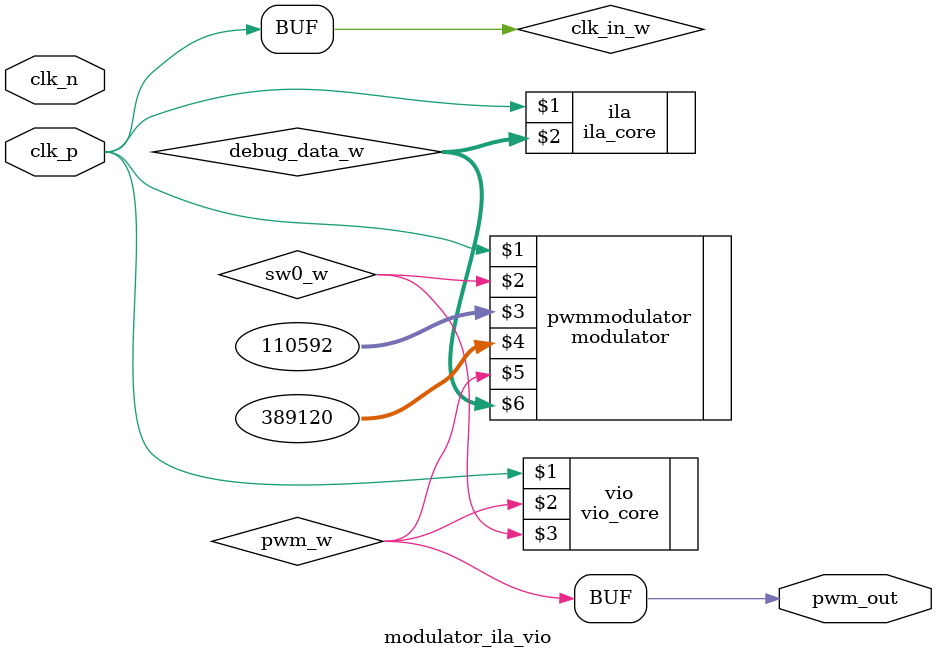
<source format=v>


`define ZEDBOARD;

`timescale 1ns / 1ps

module modulator_ila_vio
#( parameter this_module_is_top_p = 1'd1, // indication is this module a top module or not,
                                          // 1'd1 -> module is top, 1'd0 -> module is not top
             depth_p = 8'd8,              // the number of samples in one period of the signal
             width_p  = 8'd12,            // the number of bits used to present amplitude value
             cntampl_value_p = 8'hff      // threshold value for counter,
                                          // it's value should be equal to (2^depth)-1
  )
 
(input clk_p,           // differential input clock signal
 input clk_n,           // differential input clock signal
 output wire pwm_out    // pulse width modulated signal
// output reg clk_en      // clock enable port used only for MicroZed board
 );
 

// place the information about the new boards here:
`ifdef LX9        // Spartan-6
localparam real fclk_p = 100000000.0;
`define no_diff_clk
`endif
 
`ifdef ZEDBOARD   // Zynq-7000
localparam real fclk_p = 100000000.0;
`define no_diff_clk
`endif
 
`ifdef ML605      // Virtex-6
localparam real fclk_p = 200000000.0;
`define diff_clk
`endif
 
`ifdef KC705      // Kintex-7
localparam real fclk_p = 200000000.0;
`define diff_clk
`endif

`ifdef MICROZED   // MicroZed
localparam real fclk_p = 33333333.3;
`define no_diff_clk
`endif

`ifdef SOCIUS     // Socius
localparam real fclk_p = 50000000.0;
`define no_diff_clk
`endif


localparam real f_low_p = 1.0;   // first frequency for the PWM signal, specified in Hz
localparam real f_high_p = 3.5;  // second frequency for the PWM signal, specified in Hz           

// c1_p = 95.3674,, fclk_p = 100 MHz
localparam real c1_p = (fclk_p /((2**depth_p)*(2**width_p)));

// div_factor_freqhigh_p = 110592
localparam integer c2_p = (c1_p/f_high_p);
localparam integer div_factor_freqhigh_p = (c2_p *(2**width_p));

// div_factor_freqlow_p = 389120
localparam integer c3_p = (c1_p/f_low_p);
localparam integer div_factor_freqlow_p = (c3_p*(2**width_p));


wire clk_in_w;
wire sw0_w;
wire pwm_w;
wire [12:0] debug_data_w;


// in case of MicroZed board we must enable on-board clock generator
// clk_en = 1'b1;

generate
    // if module is top, it has to generate the differential clock buffer in case
    // of a differential clock, otherwise it will get a single ended clock signal
    // from the higher hierarchy
    if (this_module_is_top_p == 1'd1) begin
        `ifdef diff_clk

            IBUFGDS #(
                .DIFF_TERM("FALSE"),   // Differential Termination
                .IBUF_LOW_PWR("TRUE"), // Low power="TRUE", Highest performance="FALSE" 
                .IOSTANDARD("DEFAULT") // Specifies the I/O standard for this buffer
            ) 
            IBUFGDS_inst (
                .O (clk_in_w), // Clock buffer output
                .I (clk_p),    // Diff_p clock buffer input
                .IB(clk_n)     // Diff_n clock buffer input
            );
				  
        `elsif no_diff_clk
				  
            assign clk_in_w=clk_p;
				  
        `endif
    end
    else begin
        assign clk_in_w=clk_p;
    end
endgenerate


assign pwm_out = pwm_w;

// Modulator module instance
modulator pwmmodulator (clk_in_w, sw0_w, div_factor_freqhigh_p, div_factor_freqlow_p, pwm_w, debug_data_w);

// ILA_core component instance
ila_core ila (clk_in_w, debug_data_w);

// VIO_core component instance
vio_core vio (clk_in_w, pwm_w, sw0_w);

endmodule
</source>
